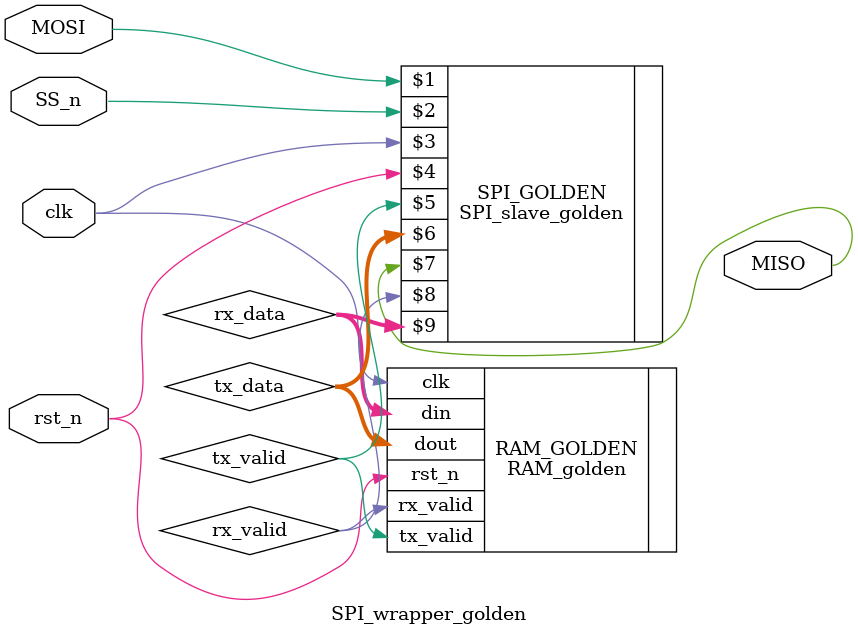
<source format=v>
module SPI_wrapper_golden (MOSI,MISO,SS_n,clk,rst_n);

	input MOSI, SS_n, clk, rst_n;
	output MISO;

	// Internal connection wires between SPI and RAM
    wire [9:0] rx_data;
    wire rx_valid;
    wire [7:0] tx_data;
    wire tx_valid;

    SPI_slave_golden SPI_GOLDEN (MOSI, SS_n, clk, rst_n, tx_valid, tx_data, MISO, rx_valid, rx_data);

    RAM_golden RAM_GOLDEN (.clk(clk), .rst_n(rst_n), .rx_valid(rx_valid), .din(rx_data), .tx_valid(tx_valid), .dout(tx_data));
endmodule : SPI_wrapper_golden
</source>
